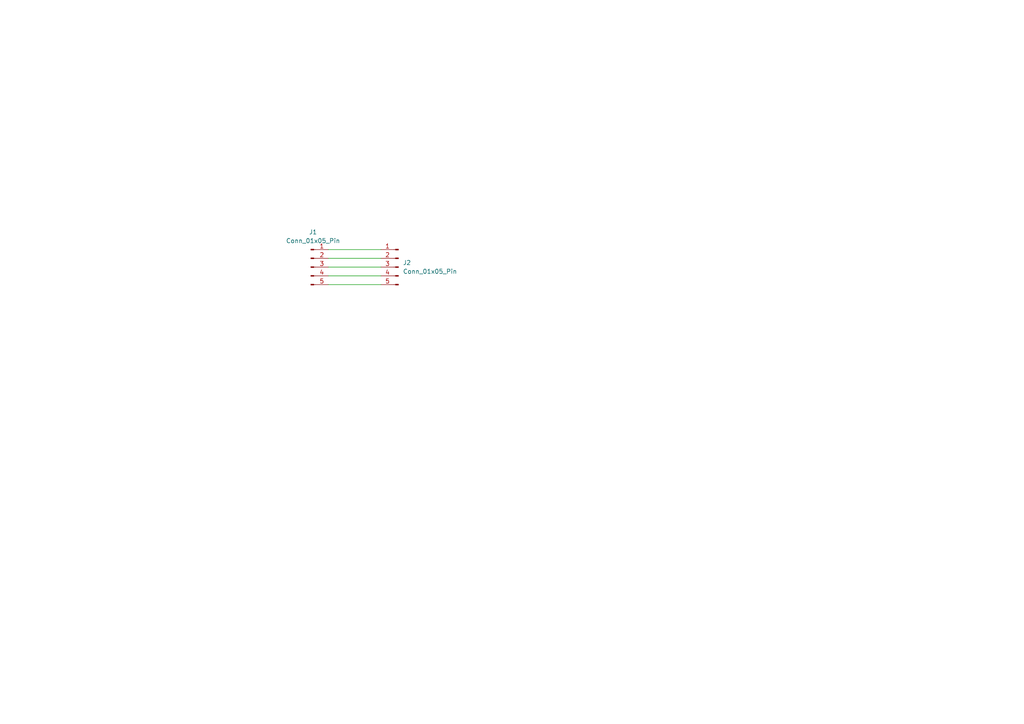
<source format=kicad_sch>
(kicad_sch (version 20230121) (generator eeschema)
  (paper "A4")
  (lib_symbols
    (symbol "Connector:Conn_01x05_Pin" (pin_names (offset 1.016) hide)
      (property "Reference" "J" (at 0 7.62 0))
      (property "Value" "Conn_01x05_Pin" (at 0 -7.62 0))
      (symbol "Conn_01x05_Pin_1_1"
        (polyline (pts (xy 1.27 -5.08) (xy 0.8636 -5.08)) (stroke (width 0.1524)))
        (polyline (pts (xy 1.27 -2.54) (xy 0.8636 -2.54)) (stroke (width 0.1524)))
        (polyline (pts (xy 1.27 0) (xy 0.8636 0)) (stroke (width 0.1524)))
        (polyline (pts (xy 1.27 2.54) (xy 0.8636 2.54)) (stroke (width 0.1524)))
        (polyline (pts (xy 1.27 5.08) (xy 0.8636 5.08)) (stroke (width 0.1524)))
        (rectangle (start 0.8636 -4.953) (end 0 -5.207) (stroke (width 0.1524)) (fill (type outline)))
        (rectangle (start 0.8636 -2.413) (end 0 -2.667) (stroke (width 0.1524)) (fill (type outline)))
        (rectangle (start 0.8636 0.127) (end 0 -0.127) (stroke (width 0.1524)) (fill (type outline)))
        (rectangle (start 0.8636 2.667) (end 0 2.413) (stroke (width 0.1524)) (fill (type outline)))
        (rectangle (start 0.8636 5.207) (end 0 4.953) (stroke (width 0.1524)) (fill (type outline)))
        (pin passive line (at 5.08 5.08 180) (length 3.81) (name "Pin_1") (number "1"))
        (pin passive line (at 5.08 2.54 180) (length 3.81) (name "Pin_2") (number "2"))
        (pin passive line (at 5.08 0 180) (length 3.81) (name "Pin_3") (number "3"))
        (pin passive line (at 5.08 -2.54 180) (length 3.81) (name "Pin_4") (number "4"))
        (pin passive line (at 5.08 -5.08 180) (length 3.81) (name "Pin_5") (number "5"))
      )
    )
  )
  (wire (pts (xy 95.25 74.93) (xy 110.49 74.93)))
  (wire (pts (xy 95.25 72.39) (xy 110.49 72.39)))
  (wire (pts (xy 95.25 80.01) (xy 110.49 80.01)))
  (wire (pts (xy 95.25 77.47) (xy 110.49 77.47)))
  (wire (pts (xy 95.25 82.55) (xy 110.49 82.55)))
  (symbol (lib_id "Connector:Conn_01x05_Pin") (at 90.17 77.47 0) (unit 1)
    (property "Reference" "J1" (at 90.805 67.31 0))
    (property "Value" "Conn_01x05_Pin" (at 90.805 69.85 0))
    (property "Footprint" "Connector_PinHeader_2.00mm:PinHeader_1x05_P2.00mm_Vertical" (effects hide))
  )
  (symbol (lib_id "Connector:Conn_01x05_Pin") (at 115.57 77.47 0) (mirror y) (unit 1)
    (property "Reference" "J2" (at 116.84 76.2 0) (effects (justify right)))
    (property "Value" "Conn_01x05_Pin" (at 116.84 78.74 0) (effects (justify right)))
    (property "Footprint" "Connector_PinHeader_2.54mm:PinHeader_1x05_P2.54mm_Vertical" (effects hide))
  )
)
</source>
